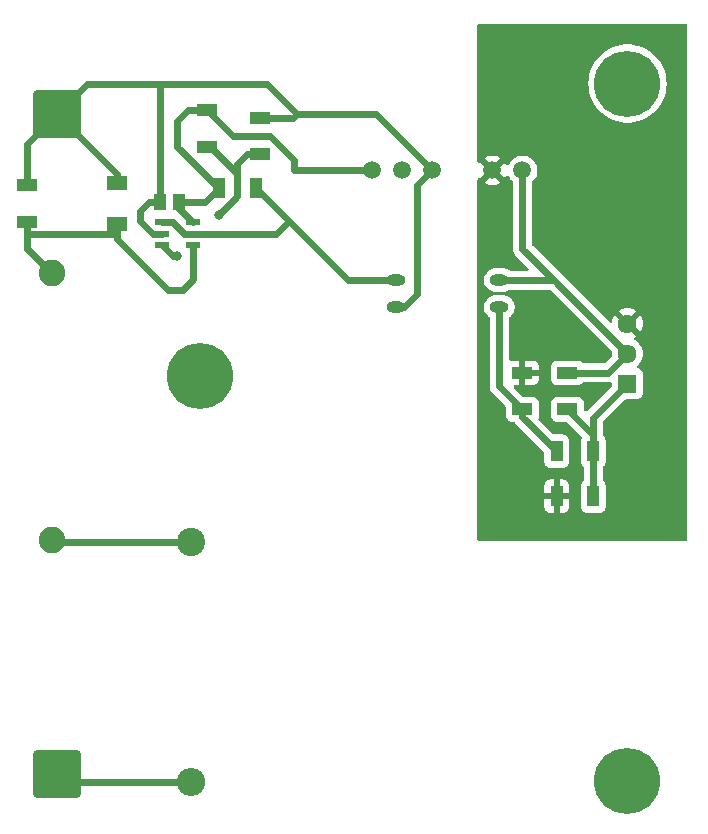
<source format=gbr>
%TF.GenerationSoftware,KiCad,Pcbnew,8.0.0*%
%TF.CreationDate,2024-04-17T18:36:44+02:00*%
%TF.ProjectId,Inverter_Voltage Sensor,496e7665-7274-4657-925f-566f6c746167,rev?*%
%TF.SameCoordinates,Original*%
%TF.FileFunction,Copper,L1,Top*%
%TF.FilePolarity,Positive*%
%FSLAX46Y46*%
G04 Gerber Fmt 4.6, Leading zero omitted, Abs format (unit mm)*
G04 Created by KiCad (PCBNEW 8.0.0) date 2024-04-17 18:36:44*
%MOMM*%
%LPD*%
G01*
G04 APERTURE LIST*
G04 Aperture macros list*
%AMRoundRect*
0 Rectangle with rounded corners*
0 $1 Rounding radius*
0 $2 $3 $4 $5 $6 $7 $8 $9 X,Y pos of 4 corners*
0 Add a 4 corners polygon primitive as box body*
4,1,4,$2,$3,$4,$5,$6,$7,$8,$9,$2,$3,0*
0 Add four circle primitives for the rounded corners*
1,1,$1+$1,$2,$3*
1,1,$1+$1,$4,$5*
1,1,$1+$1,$6,$7*
1,1,$1+$1,$8,$9*
0 Add four rect primitives between the rounded corners*
20,1,$1+$1,$2,$3,$4,$5,0*
20,1,$1+$1,$4,$5,$6,$7,0*
20,1,$1+$1,$6,$7,$8,$9,0*
20,1,$1+$1,$8,$9,$2,$3,0*%
G04 Aperture macros list end*
%TA.AperFunction,SMDPad,CuDef*%
%ADD10R,1.700000X1.300000*%
%TD*%
%TA.AperFunction,SMDPad,CuDef*%
%ADD11O,1.600000X0.950000*%
%TD*%
%TA.AperFunction,SMDPad,CuDef*%
%ADD12R,1.150000X0.600000*%
%TD*%
%TA.AperFunction,ComponentPad*%
%ADD13C,5.600000*%
%TD*%
%TA.AperFunction,SMDPad,CuDef*%
%ADD14R,1.800000X1.050000*%
%TD*%
%TA.AperFunction,SMDPad,CuDef*%
%ADD15R,1.050000X1.800000*%
%TD*%
%TA.AperFunction,ComponentPad*%
%ADD16R,1.610000X1.610000*%
%TD*%
%TA.AperFunction,ComponentPad*%
%ADD17C,1.610000*%
%TD*%
%TA.AperFunction,ComponentPad*%
%ADD18RoundRect,0.250000X-1.750000X-1.750000X1.750000X-1.750000X1.750000X1.750000X-1.750000X1.750000X0*%
%TD*%
%TA.AperFunction,ComponentPad*%
%ADD19C,2.250000*%
%TD*%
%TA.AperFunction,SMDPad,CuDef*%
%ADD20R,1.070000X1.470000*%
%TD*%
%TA.AperFunction,ComponentPad*%
%ADD21C,2.400000*%
%TD*%
%TA.AperFunction,ComponentPad*%
%ADD22O,2.400000X2.400000*%
%TD*%
%TA.AperFunction,ComponentPad*%
%ADD23C,1.500000*%
%TD*%
%TA.AperFunction,ViaPad*%
%ADD24C,0.800000*%
%TD*%
%TA.AperFunction,Conductor*%
%ADD25C,0.600000*%
%TD*%
%TA.AperFunction,Conductor*%
%ADD26C,0.250000*%
%TD*%
G04 APERTURE END LIST*
D10*
%TO.P,Z1,1*%
%TO.N,Net-(CP1-IN+)*%
X88900000Y-72870000D03*
%TO.P,Z1,2*%
%TO.N,0*%
X88900000Y-69370000D03*
%TD*%
D11*
%TO.P,K1,1,+_CONTROL*%
%TO.N,Comp*%
X112440000Y-77597000D03*
%TO.P,K1,2,-_CONTROL*%
%TO.N,0*%
X112440000Y-79883000D03*
%TO.P,K1,3,LOAD_1*%
%TO.N,Raw_Exit*%
X121240000Y-79883000D03*
%TO.P,K1,4,LOAD_2*%
%TO.N,+5VA*%
X121240000Y-77597000D03*
%TD*%
D12*
%TO.P,CP1,1,OUT*%
%TO.N,Comp*%
X92680000Y-72710000D03*
%TO.P,CP1,2,VCC-*%
%TO.N,0*%
X92680000Y-73660000D03*
%TO.P,CP1,3,IN-*%
%TO.N,Net-(CP1-IN-)*%
X92680000Y-74610000D03*
%TO.P,CP1,4,IN+*%
%TO.N,Net-(CP1-IN+)*%
X95280000Y-74610000D03*
%TO.P,CP1,5,VCC+*%
%TO.N,+5V*%
X95280000Y-72710000D03*
%TD*%
D13*
%TO.P,,1*%
%TO.N,N/C*%
X132080000Y-60960000D03*
%TD*%
D14*
%TO.P,R3,1*%
%TO.N,Net-(CP1-IN-)*%
X100965000Y-66955000D03*
%TO.P,R3,2*%
%TO.N,0*%
X100965000Y-63855000D03*
%TD*%
%TO.P,R7,1*%
%TO.N,GND*%
X123190000Y-85445000D03*
%TO.P,R7,2*%
%TO.N,Raw_Exit*%
X123190000Y-88545000D03*
%TD*%
D15*
%TO.P,R9,1*%
%TO.N,GND*%
X126085000Y-95885000D03*
%TO.P,R9,2*%
%TO.N,Exit*%
X129185000Y-95885000D03*
%TD*%
D14*
%TO.P,R2,1*%
%TO.N,Net-(CP1-IN-)*%
X96520000Y-66320000D03*
%TO.P,R2,2*%
%TO.N,+5V*%
X96520000Y-63220000D03*
%TD*%
D15*
%TO.P,R4,1*%
%TO.N,Raw_Exit*%
X126085000Y-92075000D03*
%TO.P,R4,2*%
%TO.N,Exit*%
X129185000Y-92075000D03*
%TD*%
D16*
%TO.P,J1,1,1*%
%TO.N,Exit*%
X132080000Y-86360000D03*
D17*
%TO.P,J1,2,2*%
%TO.N,+5VA*%
X132080000Y-83820000D03*
%TO.P,J1,3,3*%
%TO.N,GND*%
X132080000Y-81280000D03*
%TD*%
D18*
%TO.P,TP2,1,1*%
%TO.N,0*%
X83820000Y-63500000D03*
%TD*%
%TO.P,TP1,1,1*%
%TO.N,+BATT*%
X83820000Y-119380000D03*
%TD*%
D14*
%TO.P,R5,1*%
%TO.N,0*%
X81280000Y-69570000D03*
%TO.P,R5,2*%
%TO.N,Net-(CP1-IN+)*%
X81280000Y-72670000D03*
%TD*%
D19*
%TO.P,F1,1*%
%TO.N,Net-(F1-Pad1)*%
X83339117Y-99600885D03*
%TO.P,F1,2*%
%TO.N,Net-(CP1-IN+)*%
X83339117Y-77000885D03*
%TD*%
D15*
%TO.P,R6,1*%
%TO.N,Comp*%
X100585212Y-69799441D03*
%TO.P,R6,2*%
%TO.N,+5V*%
X97485212Y-69799441D03*
%TD*%
D20*
%TO.P,C1,1*%
%TO.N,0*%
X92507966Y-71013855D03*
%TO.P,C1,2*%
%TO.N,+5V*%
X94147966Y-71013855D03*
%TD*%
D21*
%TO.P,R1,1*%
%TO.N,Net-(F1-Pad1)*%
X95085306Y-99757822D03*
D22*
%TO.P,R1,2*%
%TO.N,+BATT*%
X95085306Y-120077822D03*
%TD*%
D14*
%TO.P,R8,1*%
%TO.N,Exit*%
X127000000Y-88545000D03*
%TO.P,R8,2*%
%TO.N,+5VA*%
X127000000Y-85445000D03*
%TD*%
D13*
%TO.P,,1*%
%TO.N,N/C*%
X95885000Y-85725000D03*
%TD*%
D23*
%TO.P,PS1,1,VIN*%
%TO.N,+5VA*%
X123190000Y-68315000D03*
%TO.P,PS1,2,GND*%
%TO.N,GND*%
X120650000Y-68315000D03*
%TO.P,PS1,4,0V*%
%TO.N,0*%
X115570000Y-68315000D03*
%TO.P,PS1,5,NO_PIN*%
%TO.N,unconnected-(PS1-NO_PIN-Pad5)*%
X113030000Y-68315000D03*
%TO.P,PS1,6,+VO*%
%TO.N,+5V*%
X110490000Y-68315000D03*
%TD*%
D13*
%TO.P,,1*%
%TO.N,N/C*%
X132080000Y-120015000D03*
%TD*%
D24*
%TO.N,Net-(CP1-IN-)*%
X93980000Y-75565000D03*
X97472500Y-72072500D03*
%TD*%
D25*
%TO.N,Comp*%
X103296306Y-72510535D02*
X100585212Y-69799441D01*
X102335625Y-73660000D02*
X103296306Y-72699319D01*
X103296306Y-72699319D02*
X103296306Y-72510535D01*
X112440000Y-77597000D02*
X108382771Y-77597000D01*
X92680000Y-72710000D02*
X93605000Y-72710000D01*
X94555000Y-73660000D02*
X102335625Y-73660000D01*
X108382771Y-77597000D02*
X100585212Y-69799441D01*
X93605000Y-72710000D02*
X94555000Y-73660000D01*
%TO.N,0*%
X110755000Y-63500000D02*
X104140000Y-63500000D01*
X114300000Y-78740000D02*
X113157000Y-79883000D01*
X104140000Y-63500000D02*
X101600000Y-60960000D01*
X88900000Y-68580000D02*
X88900000Y-69370000D01*
X92646125Y-60960000D02*
X86360000Y-60960000D01*
X103785000Y-63855000D02*
X100965000Y-63855000D01*
X113157000Y-79883000D02*
X112440000Y-79883000D01*
X91567565Y-70988805D02*
X92482916Y-70988805D01*
X83820000Y-63500000D02*
X88900000Y-68580000D01*
X83820000Y-63500000D02*
X81280000Y-66040000D01*
X92507966Y-61098159D02*
X92646125Y-60960000D01*
X101600000Y-60960000D02*
X92646125Y-60960000D01*
X115570000Y-68315000D02*
X110755000Y-63500000D01*
X115570000Y-68315000D02*
X114300000Y-69585000D01*
X92680000Y-73660000D02*
X91899028Y-73660000D01*
X86360000Y-60960000D02*
X83820000Y-63500000D01*
X81280000Y-66040000D02*
X81280000Y-69570000D01*
X104140000Y-63500000D02*
X103785000Y-63855000D01*
X92507966Y-71013855D02*
X92507966Y-61098159D01*
X114300000Y-69585000D02*
X114300000Y-78740000D01*
X90846148Y-72607120D02*
X90846148Y-71710222D01*
X91899028Y-73660000D02*
X90846148Y-72607120D01*
X90846148Y-71710222D02*
X91567565Y-70988805D01*
%TO.N,Net-(CP1-IN-)*%
X99060000Y-68580000D02*
X96800000Y-66320000D01*
X99060000Y-70485000D02*
X99060000Y-68580000D01*
X96800000Y-66320000D02*
X96520000Y-66320000D01*
X93635000Y-75565000D02*
X92680000Y-74610000D01*
X97472500Y-72072500D02*
X99060000Y-70485000D01*
X99872500Y-66955000D02*
X100965000Y-66955000D01*
X93980000Y-75565000D02*
X93635000Y-75565000D01*
X99060000Y-67767500D02*
X99872500Y-66955000D01*
X99060000Y-68580000D02*
X99060000Y-67767500D01*
%TO.N,+5V*%
X93980000Y-64135000D02*
X93980000Y-66294229D01*
X103875000Y-67440000D02*
X101840000Y-65405000D01*
X98705000Y-65405000D02*
X96520000Y-63220000D01*
X96270798Y-71013855D02*
X97485212Y-69799441D01*
X110490000Y-68315000D02*
X103875000Y-68315000D01*
X96520000Y-63220000D02*
X94895000Y-63220000D01*
X94147966Y-71577966D02*
X95280000Y-72710000D01*
X93980000Y-66294229D02*
X97485212Y-69799441D01*
X94147966Y-71013855D02*
X96270798Y-71013855D01*
X103875000Y-68315000D02*
X103875000Y-67440000D01*
X94895000Y-63220000D02*
X93980000Y-64135000D01*
X94147966Y-71013855D02*
X94147966Y-71577966D01*
X101840000Y-65405000D02*
X98705000Y-65405000D01*
D26*
%TO.N,Exit*%
X129185000Y-92075000D02*
X129260000Y-92075000D01*
D25*
X129185000Y-92075000D02*
X129185000Y-89255000D01*
X129185000Y-90730000D02*
X127000000Y-88545000D01*
X129185000Y-92075000D02*
X129185000Y-90730000D01*
X129185000Y-95885000D02*
X129185000Y-92075000D01*
X129185000Y-89255000D02*
X132080000Y-86360000D01*
%TO.N,+5VA*%
X121240000Y-77597000D02*
X125857000Y-77597000D01*
X125857000Y-77597000D02*
X132080000Y-83820000D01*
X123190000Y-74930000D02*
X125857000Y-77597000D01*
X130455000Y-85445000D02*
X132080000Y-83820000D01*
X123190000Y-68315000D02*
X123190000Y-74930000D01*
X127000000Y-85445000D02*
X130455000Y-85445000D01*
%TO.N,+BATT*%
X84517822Y-120077822D02*
X95085306Y-120077822D01*
%TO.N,Net-(F1-Pad1)*%
X95085306Y-99757822D02*
X83496054Y-99757822D01*
%TO.N,Net-(CP1-IN+)*%
X88900000Y-72870000D02*
X88900000Y-74120000D01*
X94427000Y-78397000D02*
X95280000Y-77544000D01*
X88900000Y-73660000D02*
X81280000Y-73660000D01*
X81280000Y-72670000D02*
X81280000Y-73660000D01*
X88900000Y-72870000D02*
X88900000Y-73660000D01*
X88900000Y-74120000D02*
X93177000Y-78397000D01*
X93177000Y-78397000D02*
X94427000Y-78397000D01*
X95280000Y-77544000D02*
X95280000Y-74610000D01*
X83339117Y-77000885D02*
X81280000Y-74941768D01*
X81280000Y-74941768D02*
X81280000Y-72670000D01*
%TO.N,Raw_Exit*%
X121240000Y-79883000D02*
X121240000Y-86595000D01*
X121240000Y-86595000D02*
X123190000Y-88545000D01*
X123190000Y-89180000D02*
X126085000Y-92075000D01*
X123190000Y-88545000D02*
X123190000Y-89180000D01*
%TD*%
%TA.AperFunction,Conductor*%
%TO.N,GND*%
G36*
X137102121Y-55900002D02*
G01*
X137148614Y-55953658D01*
X137160000Y-56006000D01*
X137160000Y-99569000D01*
X137139998Y-99637121D01*
X137086342Y-99683614D01*
X137034000Y-99695000D01*
X119506000Y-99695000D01*
X119437879Y-99674998D01*
X119391386Y-99621342D01*
X119380000Y-99569000D01*
X119380000Y-96139000D01*
X125052000Y-96139000D01*
X125052000Y-96833597D01*
X125058505Y-96894093D01*
X125109555Y-97030964D01*
X125109555Y-97030965D01*
X125197095Y-97147904D01*
X125314034Y-97235444D01*
X125450906Y-97286494D01*
X125511402Y-97292999D01*
X125511415Y-97293000D01*
X125831000Y-97293000D01*
X125831000Y-96139000D01*
X126339000Y-96139000D01*
X126339000Y-97293000D01*
X126658585Y-97293000D01*
X126658597Y-97292999D01*
X126719093Y-97286494D01*
X126855964Y-97235444D01*
X126855965Y-97235444D01*
X126972904Y-97147904D01*
X127060444Y-97030965D01*
X127060444Y-97030964D01*
X127111494Y-96894093D01*
X127117999Y-96833597D01*
X127118000Y-96833585D01*
X127118000Y-96139000D01*
X126339000Y-96139000D01*
X125831000Y-96139000D01*
X125052000Y-96139000D01*
X119380000Y-96139000D01*
X119380000Y-95631000D01*
X125052000Y-95631000D01*
X125831000Y-95631000D01*
X125831000Y-94477000D01*
X126339000Y-94477000D01*
X126339000Y-95631000D01*
X127118000Y-95631000D01*
X127118000Y-94936414D01*
X127117999Y-94936402D01*
X127111494Y-94875906D01*
X127060444Y-94739035D01*
X127060444Y-94739034D01*
X126972904Y-94622095D01*
X126855965Y-94534555D01*
X126719093Y-94483505D01*
X126658597Y-94477000D01*
X126339000Y-94477000D01*
X125831000Y-94477000D01*
X125511402Y-94477000D01*
X125450906Y-94483505D01*
X125314035Y-94534555D01*
X125314034Y-94534555D01*
X125197095Y-94622095D01*
X125109555Y-94739034D01*
X125109555Y-94739035D01*
X125058505Y-94875906D01*
X125052000Y-94936402D01*
X125052000Y-95631000D01*
X119380000Y-95631000D01*
X119380000Y-79979868D01*
X119931500Y-79979868D01*
X119943754Y-80041472D01*
X119969295Y-80169876D01*
X120043433Y-80348862D01*
X120151065Y-80509945D01*
X120288055Y-80646935D01*
X120375502Y-80705365D01*
X120421029Y-80759840D01*
X120431500Y-80810129D01*
X120431500Y-86674632D01*
X120462570Y-86830830D01*
X120462571Y-86830835D01*
X120481026Y-86875387D01*
X120481026Y-86875389D01*
X120481027Y-86875389D01*
X120523516Y-86977968D01*
X120611997Y-87110389D01*
X121744596Y-88242987D01*
X121778620Y-88305298D01*
X121781500Y-88332081D01*
X121781500Y-89118649D01*
X121788009Y-89179196D01*
X121788011Y-89179204D01*
X121839110Y-89316202D01*
X121839112Y-89316207D01*
X121926738Y-89433261D01*
X122043792Y-89520887D01*
X122043794Y-89520888D01*
X122043796Y-89520889D01*
X122102875Y-89542924D01*
X122180795Y-89571988D01*
X122180803Y-89571990D01*
X122241350Y-89578499D01*
X122241355Y-89578499D01*
X122241362Y-89578500D01*
X122416546Y-89578500D01*
X122484667Y-89598502D01*
X122521311Y-89634498D01*
X122561996Y-89695388D01*
X122562001Y-89695394D01*
X125014595Y-92147987D01*
X125048620Y-92210299D01*
X125051500Y-92237082D01*
X125051500Y-93023649D01*
X125058009Y-93084196D01*
X125058011Y-93084204D01*
X125109110Y-93221202D01*
X125109112Y-93221207D01*
X125196738Y-93338261D01*
X125313792Y-93425887D01*
X125313794Y-93425888D01*
X125313796Y-93425889D01*
X125372875Y-93447924D01*
X125450795Y-93476988D01*
X125450803Y-93476990D01*
X125511350Y-93483499D01*
X125511355Y-93483499D01*
X125511362Y-93483500D01*
X125511368Y-93483500D01*
X126658632Y-93483500D01*
X126658638Y-93483500D01*
X126658645Y-93483499D01*
X126658649Y-93483499D01*
X126719196Y-93476990D01*
X126719199Y-93476989D01*
X126719201Y-93476989D01*
X126856204Y-93425889D01*
X126868071Y-93417006D01*
X126973261Y-93338261D01*
X127060887Y-93221207D01*
X127060887Y-93221206D01*
X127060889Y-93221204D01*
X127111989Y-93084201D01*
X127118500Y-93023638D01*
X127118500Y-91126362D01*
X127118499Y-91126350D01*
X127111990Y-91065803D01*
X127111988Y-91065795D01*
X127082924Y-90987875D01*
X127060889Y-90928796D01*
X127060888Y-90928794D01*
X127060887Y-90928792D01*
X126973261Y-90811738D01*
X126856207Y-90724112D01*
X126856202Y-90724110D01*
X126719204Y-90673011D01*
X126719196Y-90673009D01*
X126658649Y-90666500D01*
X126658638Y-90666500D01*
X125872082Y-90666500D01*
X125803961Y-90646498D01*
X125782987Y-90629595D01*
X124578780Y-89425388D01*
X124544754Y-89363076D01*
X124549819Y-89292261D01*
X124549820Y-89292260D01*
X124591988Y-89179204D01*
X124591990Y-89179196D01*
X124598499Y-89118649D01*
X124598500Y-89118632D01*
X124598500Y-87971367D01*
X124598499Y-87971350D01*
X124591990Y-87910803D01*
X124591988Y-87910795D01*
X124540889Y-87773797D01*
X124540887Y-87773792D01*
X124453261Y-87656738D01*
X124336207Y-87569112D01*
X124336202Y-87569110D01*
X124199204Y-87518011D01*
X124199196Y-87518009D01*
X124138649Y-87511500D01*
X124138638Y-87511500D01*
X123352081Y-87511500D01*
X123283960Y-87491498D01*
X123262990Y-87474599D01*
X122481485Y-86693093D01*
X122447461Y-86630783D01*
X122452526Y-86559967D01*
X122495073Y-86503132D01*
X122561593Y-86478321D01*
X122570582Y-86478000D01*
X122936000Y-86478000D01*
X122936000Y-85699000D01*
X123444000Y-85699000D01*
X123444000Y-86478000D01*
X124138585Y-86478000D01*
X124138597Y-86477999D01*
X124199093Y-86471494D01*
X124335964Y-86420444D01*
X124335965Y-86420444D01*
X124452904Y-86332904D01*
X124540444Y-86215965D01*
X124540444Y-86215964D01*
X124591494Y-86079093D01*
X124597999Y-86018597D01*
X124598000Y-86018585D01*
X124598000Y-85699000D01*
X123444000Y-85699000D01*
X122936000Y-85699000D01*
X122936000Y-84412000D01*
X123444000Y-84412000D01*
X123444000Y-85191000D01*
X124598000Y-85191000D01*
X124598000Y-84871414D01*
X124597999Y-84871402D01*
X124591494Y-84810906D01*
X124540444Y-84674035D01*
X124540444Y-84674034D01*
X124452904Y-84557095D01*
X124335965Y-84469555D01*
X124199093Y-84418505D01*
X124138597Y-84412000D01*
X123444000Y-84412000D01*
X122936000Y-84412000D01*
X122241397Y-84412000D01*
X122187968Y-84417745D01*
X122118100Y-84405139D01*
X122066138Y-84356761D01*
X122048500Y-84292467D01*
X122048500Y-80810129D01*
X122068502Y-80742008D01*
X122104496Y-80705365D01*
X122191945Y-80646935D01*
X122328935Y-80509945D01*
X122436567Y-80348862D01*
X122510705Y-80169876D01*
X122548500Y-79979866D01*
X122548500Y-79786134D01*
X122510705Y-79596124D01*
X122436567Y-79417138D01*
X122328935Y-79256055D01*
X122191945Y-79119065D01*
X122030862Y-79011433D01*
X121851876Y-78937295D01*
X121661868Y-78899500D01*
X121661866Y-78899500D01*
X120818134Y-78899500D01*
X120818131Y-78899500D01*
X120628123Y-78937295D01*
X120628118Y-78937297D01*
X120449137Y-79011433D01*
X120288059Y-79119062D01*
X120288052Y-79119067D01*
X120151067Y-79256052D01*
X120151062Y-79256059D01*
X120043433Y-79417137D01*
X119969297Y-79596118D01*
X119969295Y-79596123D01*
X119931500Y-79786131D01*
X119931500Y-79979868D01*
X119380000Y-79979868D01*
X119380000Y-69094129D01*
X119400002Y-69026008D01*
X119453658Y-68979515D01*
X119523932Y-68969411D01*
X119588512Y-68998905D01*
X119595544Y-69006702D01*
X119598800Y-69006987D01*
X120125016Y-68480771D01*
X120137482Y-68527292D01*
X120209890Y-68652708D01*
X120312292Y-68755110D01*
X120437708Y-68827518D01*
X120484226Y-68839982D01*
X119958011Y-69366197D01*
X119958011Y-69366198D01*
X120018597Y-69408621D01*
X120218092Y-69501647D01*
X120218096Y-69501649D01*
X120430712Y-69558619D01*
X120650000Y-69577804D01*
X120869287Y-69558619D01*
X121081903Y-69501649D01*
X121081907Y-69501647D01*
X121281399Y-69408622D01*
X121341987Y-69366197D01*
X121341987Y-69366196D01*
X120815773Y-68839982D01*
X120862292Y-68827518D01*
X120987708Y-68755110D01*
X121090110Y-68652708D01*
X121162518Y-68527292D01*
X121174982Y-68480773D01*
X121701196Y-69006987D01*
X121701197Y-69006987D01*
X121743622Y-68946399D01*
X121805529Y-68813640D01*
X121852446Y-68760355D01*
X121920723Y-68740894D01*
X121988683Y-68761436D01*
X122033919Y-68813640D01*
X122095944Y-68946654D01*
X122138190Y-69006987D01*
X122222251Y-69127038D01*
X122222254Y-69127042D01*
X122344595Y-69249383D01*
X122378621Y-69311695D01*
X122381500Y-69338478D01*
X122381500Y-75009630D01*
X122412570Y-75165831D01*
X122443043Y-75239399D01*
X122473516Y-75312968D01*
X122561997Y-75445389D01*
X122561999Y-75445391D01*
X123690013Y-76573405D01*
X123724039Y-76635717D01*
X123718974Y-76706532D01*
X123676427Y-76763368D01*
X123609907Y-76788179D01*
X123600918Y-76788500D01*
X122163470Y-76788500D01*
X122095349Y-76768498D01*
X122093468Y-76767265D01*
X122030862Y-76725433D01*
X121851881Y-76651297D01*
X121851876Y-76651295D01*
X121661868Y-76613500D01*
X121661866Y-76613500D01*
X120818134Y-76613500D01*
X120818131Y-76613500D01*
X120628123Y-76651295D01*
X120628118Y-76651297D01*
X120449137Y-76725433D01*
X120288059Y-76833062D01*
X120288052Y-76833067D01*
X120151067Y-76970052D01*
X120151062Y-76970059D01*
X120043433Y-77131137D01*
X119969297Y-77310118D01*
X119969295Y-77310123D01*
X119931500Y-77500131D01*
X119931500Y-77500134D01*
X119931500Y-77693866D01*
X119969295Y-77883876D01*
X120043433Y-78062862D01*
X120151065Y-78223945D01*
X120288055Y-78360935D01*
X120449138Y-78468567D01*
X120628124Y-78542705D01*
X120818134Y-78580500D01*
X120818135Y-78580500D01*
X121661865Y-78580500D01*
X121661866Y-78580500D01*
X121851876Y-78542705D01*
X122030862Y-78468567D01*
X122093468Y-78426734D01*
X122161221Y-78405520D01*
X122163470Y-78405500D01*
X125469918Y-78405500D01*
X125538039Y-78425502D01*
X125559013Y-78442405D01*
X130734024Y-83617416D01*
X130768050Y-83679728D01*
X130770450Y-83717491D01*
X130761483Y-83819999D01*
X130770450Y-83922506D01*
X130756460Y-83992111D01*
X130734025Y-84022581D01*
X130157013Y-84599595D01*
X130094700Y-84633620D01*
X130067917Y-84636500D01*
X128386040Y-84636500D01*
X128317919Y-84616498D01*
X128285171Y-84586008D01*
X128263260Y-84556738D01*
X128146207Y-84469112D01*
X128146202Y-84469110D01*
X128009204Y-84418011D01*
X128009196Y-84418009D01*
X127948649Y-84411500D01*
X127948638Y-84411500D01*
X126051362Y-84411500D01*
X126051350Y-84411500D01*
X125990803Y-84418009D01*
X125990795Y-84418011D01*
X125853797Y-84469110D01*
X125853792Y-84469112D01*
X125736738Y-84556738D01*
X125649112Y-84673792D01*
X125649110Y-84673797D01*
X125598011Y-84810795D01*
X125598009Y-84810803D01*
X125591500Y-84871350D01*
X125591500Y-86018649D01*
X125598009Y-86079196D01*
X125598011Y-86079204D01*
X125649110Y-86216202D01*
X125649112Y-86216207D01*
X125736738Y-86333261D01*
X125853792Y-86420887D01*
X125853794Y-86420888D01*
X125853796Y-86420889D01*
X125912875Y-86442924D01*
X125990795Y-86471988D01*
X125990803Y-86471990D01*
X126051350Y-86478499D01*
X126051355Y-86478499D01*
X126051362Y-86478500D01*
X126051368Y-86478500D01*
X127948632Y-86478500D01*
X127948638Y-86478500D01*
X127948645Y-86478499D01*
X127948649Y-86478499D01*
X128009196Y-86471990D01*
X128009199Y-86471989D01*
X128009201Y-86471989D01*
X128146204Y-86420889D01*
X128146799Y-86420444D01*
X128175138Y-86399228D01*
X128263261Y-86333261D01*
X128285171Y-86303991D01*
X128342006Y-86261445D01*
X128386040Y-86253500D01*
X130534629Y-86253500D01*
X130534630Y-86253500D01*
X130615921Y-86237330D01*
X130686631Y-86243658D01*
X130742699Y-86287211D01*
X130766319Y-86354164D01*
X130766500Y-86360909D01*
X130766500Y-86477917D01*
X130746498Y-86546038D01*
X130729595Y-86567012D01*
X128623595Y-88673012D01*
X128561283Y-88707038D01*
X128490468Y-88701973D01*
X128433632Y-88659426D01*
X128408821Y-88592906D01*
X128408500Y-88583917D01*
X128408500Y-87971367D01*
X128408499Y-87971350D01*
X128401990Y-87910803D01*
X128401988Y-87910795D01*
X128350889Y-87773797D01*
X128350887Y-87773792D01*
X128263261Y-87656738D01*
X128146207Y-87569112D01*
X128146202Y-87569110D01*
X128009204Y-87518011D01*
X128009196Y-87518009D01*
X127948649Y-87511500D01*
X127948638Y-87511500D01*
X126051362Y-87511500D01*
X126051350Y-87511500D01*
X125990803Y-87518009D01*
X125990795Y-87518011D01*
X125853797Y-87569110D01*
X125853792Y-87569112D01*
X125736738Y-87656738D01*
X125649112Y-87773792D01*
X125649110Y-87773797D01*
X125598011Y-87910795D01*
X125598009Y-87910803D01*
X125591500Y-87971350D01*
X125591500Y-89118649D01*
X125598009Y-89179196D01*
X125598011Y-89179204D01*
X125649110Y-89316202D01*
X125649112Y-89316207D01*
X125736738Y-89433261D01*
X125853792Y-89520887D01*
X125853794Y-89520888D01*
X125853796Y-89520889D01*
X125912875Y-89542924D01*
X125990795Y-89571988D01*
X125990803Y-89571990D01*
X126051350Y-89578499D01*
X126051355Y-89578499D01*
X126051362Y-89578500D01*
X126837918Y-89578500D01*
X126906039Y-89598502D01*
X126927013Y-89615405D01*
X128160353Y-90848745D01*
X128194379Y-90911057D01*
X128189314Y-90981872D01*
X128158010Y-91065799D01*
X128158009Y-91065803D01*
X128151500Y-91126350D01*
X128151500Y-93023649D01*
X128158009Y-93084196D01*
X128158011Y-93084204D01*
X128209110Y-93221202D01*
X128209112Y-93221207D01*
X128296738Y-93338260D01*
X128296739Y-93338261D01*
X128326008Y-93360171D01*
X128368555Y-93417006D01*
X128376500Y-93461040D01*
X128376500Y-94498959D01*
X128356498Y-94567080D01*
X128326010Y-94599826D01*
X128296738Y-94621738D01*
X128209112Y-94738792D01*
X128209110Y-94738797D01*
X128158011Y-94875795D01*
X128158009Y-94875803D01*
X128151500Y-94936350D01*
X128151500Y-96833649D01*
X128158009Y-96894196D01*
X128158011Y-96894204D01*
X128209110Y-97031202D01*
X128209112Y-97031207D01*
X128296738Y-97148261D01*
X128413792Y-97235887D01*
X128413794Y-97235888D01*
X128413796Y-97235889D01*
X128472875Y-97257924D01*
X128550795Y-97286988D01*
X128550803Y-97286990D01*
X128611350Y-97293499D01*
X128611355Y-97293499D01*
X128611362Y-97293500D01*
X128611368Y-97293500D01*
X129758632Y-97293500D01*
X129758638Y-97293500D01*
X129758645Y-97293499D01*
X129758649Y-97293499D01*
X129819196Y-97286990D01*
X129819199Y-97286989D01*
X129819201Y-97286989D01*
X129956204Y-97235889D01*
X129956799Y-97235444D01*
X130073261Y-97148261D01*
X130160887Y-97031207D01*
X130160887Y-97031206D01*
X130160889Y-97031204D01*
X130211989Y-96894201D01*
X130218500Y-96833638D01*
X130218500Y-94936362D01*
X130212001Y-94875906D01*
X130211990Y-94875803D01*
X130211988Y-94875795D01*
X130160978Y-94739035D01*
X130160889Y-94738796D01*
X130160888Y-94738794D01*
X130160887Y-94738792D01*
X130073261Y-94621738D01*
X130043990Y-94599826D01*
X130001444Y-94542990D01*
X129993500Y-94498959D01*
X129993500Y-93461040D01*
X130013502Y-93392919D01*
X130043990Y-93360172D01*
X130073261Y-93338261D01*
X130160889Y-93221204D01*
X130211989Y-93084201D01*
X130218500Y-93023638D01*
X130218500Y-91126362D01*
X130218499Y-91126350D01*
X130211990Y-91065803D01*
X130211988Y-91065795D01*
X130182924Y-90987875D01*
X130160889Y-90928796D01*
X130160888Y-90928794D01*
X130160887Y-90928792D01*
X130073261Y-90811738D01*
X130043990Y-90789826D01*
X130001444Y-90732990D01*
X129993500Y-90688959D01*
X129993500Y-89642082D01*
X130013502Y-89573961D01*
X130030405Y-89552987D01*
X131872987Y-87710405D01*
X131935299Y-87676379D01*
X131962082Y-87673500D01*
X132933632Y-87673500D01*
X132933638Y-87673500D01*
X132933645Y-87673499D01*
X132933649Y-87673499D01*
X132994196Y-87666990D01*
X132994199Y-87666989D01*
X132994201Y-87666989D01*
X133131204Y-87615889D01*
X133248261Y-87528261D01*
X133335889Y-87411204D01*
X133386989Y-87274201D01*
X133393500Y-87213638D01*
X133393500Y-85506362D01*
X133393499Y-85506350D01*
X133386990Y-85445803D01*
X133386988Y-85445795D01*
X133335889Y-85308797D01*
X133335887Y-85308792D01*
X133248261Y-85191738D01*
X133131207Y-85104112D01*
X133131202Y-85104110D01*
X132994204Y-85053011D01*
X132994191Y-85053008D01*
X132993711Y-85052957D01*
X132993363Y-85052812D01*
X132986526Y-85051197D01*
X132986787Y-85050088D01*
X132928120Y-85025784D01*
X132887633Y-84967464D01*
X132885103Y-84896512D01*
X132921334Y-84835456D01*
X132926195Y-84831159D01*
X132927513Y-84830052D01*
X132927526Y-84830043D01*
X133090043Y-84667526D01*
X133221869Y-84479259D01*
X133319001Y-84270959D01*
X133378486Y-84048958D01*
X133398517Y-83820000D01*
X133378486Y-83591042D01*
X133319001Y-83369041D01*
X133221869Y-83160742D01*
X133221868Y-83160741D01*
X133221867Y-83160738D01*
X133090049Y-82972482D01*
X133090046Y-82972478D01*
X133090043Y-82972474D01*
X132927526Y-82809957D01*
X132739259Y-82678131D01*
X132708780Y-82663918D01*
X132655496Y-82617002D01*
X132636035Y-82548725D01*
X132656577Y-82480765D01*
X132708781Y-82435529D01*
X132739006Y-82421434D01*
X132739008Y-82421433D01*
X132811478Y-82370690D01*
X132811478Y-82370688D01*
X132233524Y-81792735D01*
X132286502Y-81778540D01*
X132408497Y-81708106D01*
X132508106Y-81608497D01*
X132578540Y-81486502D01*
X132592735Y-81433526D01*
X133170687Y-82011478D01*
X133170690Y-82011478D01*
X133221433Y-81939008D01*
X133221434Y-81939006D01*
X133318527Y-81730790D01*
X133318529Y-81730785D01*
X133377990Y-81508874D01*
X133398014Y-81280000D01*
X133377990Y-81051125D01*
X133318529Y-80829214D01*
X133318527Y-80829209D01*
X133221434Y-80620993D01*
X133170687Y-80548521D01*
X132592735Y-81126473D01*
X132578540Y-81073498D01*
X132508106Y-80951503D01*
X132408497Y-80851894D01*
X132286502Y-80781460D01*
X132233524Y-80767264D01*
X132811478Y-80189310D01*
X132739008Y-80138566D01*
X132530790Y-80041472D01*
X132530785Y-80041470D01*
X132308874Y-79982009D01*
X132080000Y-79961985D01*
X131851125Y-79982009D01*
X131629214Y-80041470D01*
X131629209Y-80041472D01*
X131420989Y-80138567D01*
X131348521Y-80189309D01*
X131348521Y-80189310D01*
X131926475Y-80767264D01*
X131873498Y-80781460D01*
X131751503Y-80851894D01*
X131651894Y-80951503D01*
X131581460Y-81073498D01*
X131567264Y-81126474D01*
X130989311Y-80548521D01*
X130989309Y-80548521D01*
X130938567Y-80620989D01*
X130841472Y-80829209D01*
X130841470Y-80829214D01*
X130782009Y-81051127D01*
X130782008Y-81051134D01*
X130779212Y-81083092D01*
X130753349Y-81149210D01*
X130695845Y-81190850D01*
X130624958Y-81194790D01*
X130564597Y-81161205D01*
X124035405Y-74632013D01*
X124001379Y-74569701D01*
X123998500Y-74542918D01*
X123998500Y-69338478D01*
X124018502Y-69270357D01*
X124035405Y-69249383D01*
X124157745Y-69127042D01*
X124157749Y-69127038D01*
X124284056Y-68946654D01*
X124377120Y-68747076D01*
X124434115Y-68534371D01*
X124453307Y-68315000D01*
X124434115Y-68095629D01*
X124377120Y-67882924D01*
X124284056Y-67683347D01*
X124157749Y-67502962D01*
X124002038Y-67347251D01*
X123821654Y-67220944D01*
X123821650Y-67220942D01*
X123622079Y-67127881D01*
X123622073Y-67127879D01*
X123532178Y-67103791D01*
X123409371Y-67070885D01*
X123190000Y-67051693D01*
X122970629Y-67070885D01*
X122757926Y-67127879D01*
X122757920Y-67127881D01*
X122558346Y-67220944D01*
X122377965Y-67347248D01*
X122377959Y-67347253D01*
X122222253Y-67502959D01*
X122222248Y-67502965D01*
X122095944Y-67683346D01*
X122033919Y-67816359D01*
X121987001Y-67869644D01*
X121918724Y-67889105D01*
X121850764Y-67868563D01*
X121805529Y-67816359D01*
X121743619Y-67683594D01*
X121701199Y-67623011D01*
X121701197Y-67623011D01*
X121174982Y-68149226D01*
X121162518Y-68102708D01*
X121090110Y-67977292D01*
X120987708Y-67874890D01*
X120862292Y-67802482D01*
X120815772Y-67790016D01*
X121341987Y-67263800D01*
X121281403Y-67221379D01*
X121081907Y-67128352D01*
X121081903Y-67128350D01*
X120869287Y-67071380D01*
X120650000Y-67052195D01*
X120430712Y-67071380D01*
X120218096Y-67128350D01*
X120218092Y-67128352D01*
X120018598Y-67221378D01*
X119958010Y-67263801D01*
X120484226Y-67790017D01*
X120437708Y-67802482D01*
X120312292Y-67874890D01*
X120209890Y-67977292D01*
X120137482Y-68102708D01*
X120125017Y-68149226D01*
X119598801Y-67623010D01*
X119589603Y-67623815D01*
X119553757Y-67652469D01*
X119483138Y-67659779D01*
X119419777Y-67627748D01*
X119383792Y-67566547D01*
X119380000Y-67535870D01*
X119380000Y-60960003D01*
X128766641Y-60960003D01*
X128786064Y-61318237D01*
X128844103Y-61672269D01*
X128940084Y-62017959D01*
X128940085Y-62017961D01*
X129072877Y-62351243D01*
X129240925Y-62668215D01*
X129442258Y-62965159D01*
X129674516Y-63238595D01*
X129934962Y-63485304D01*
X129934977Y-63485317D01*
X130220586Y-63702431D01*
X130527995Y-63887393D01*
X130853599Y-64038033D01*
X131193583Y-64152587D01*
X131543958Y-64229711D01*
X131900618Y-64268500D01*
X131900626Y-64268500D01*
X132259374Y-64268500D01*
X132259382Y-64268500D01*
X132616042Y-64229711D01*
X132966417Y-64152587D01*
X133306401Y-64038033D01*
X133632005Y-63887393D01*
X133939414Y-63702431D01*
X134225023Y-63485317D01*
X134485484Y-63238595D01*
X134717742Y-62965159D01*
X134919075Y-62668215D01*
X135087123Y-62351243D01*
X135219915Y-62017961D01*
X135315895Y-61672274D01*
X135373936Y-61318237D01*
X135393359Y-60960000D01*
X135373936Y-60601763D01*
X135315895Y-60247726D01*
X135219915Y-59902039D01*
X135087123Y-59568757D01*
X134919075Y-59251785D01*
X134717742Y-58954841D01*
X134485484Y-58681405D01*
X134485483Y-58681404D01*
X134225037Y-58434695D01*
X134225022Y-58434682D01*
X133939418Y-58217572D01*
X133939412Y-58217568D01*
X133632010Y-58032610D01*
X133632009Y-58032609D01*
X133632005Y-58032607D01*
X133306401Y-57881967D01*
X132966417Y-57767413D01*
X132918915Y-57756956D01*
X132616054Y-57690291D01*
X132616030Y-57690287D01*
X132259389Y-57651500D01*
X132259382Y-57651500D01*
X131900618Y-57651500D01*
X131900610Y-57651500D01*
X131543969Y-57690287D01*
X131543945Y-57690291D01*
X131193587Y-57767412D01*
X131193573Y-57767416D01*
X130853601Y-57881966D01*
X130527989Y-58032610D01*
X130220587Y-58217568D01*
X130220581Y-58217572D01*
X129934977Y-58434682D01*
X129934962Y-58434695D01*
X129674516Y-58681404D01*
X129442256Y-58954843D01*
X129240924Y-59251785D01*
X129240922Y-59251789D01*
X129072876Y-59568759D01*
X129072872Y-59568768D01*
X128940084Y-59902040D01*
X128844103Y-60247730D01*
X128786064Y-60601762D01*
X128766641Y-60959996D01*
X128766641Y-60960003D01*
X119380000Y-60960003D01*
X119380000Y-56006000D01*
X119400002Y-55937879D01*
X119453658Y-55891386D01*
X119506000Y-55880000D01*
X137034000Y-55880000D01*
X137102121Y-55900002D01*
G37*
%TD.AperFunction*%
%TD*%
M02*

</source>
